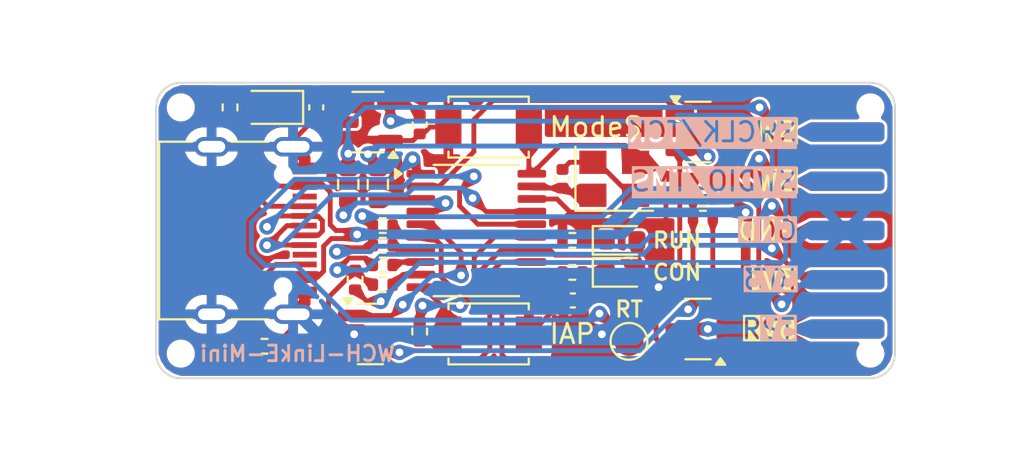
<source format=kicad_pcb>
(kicad_pcb (version 20240108) (generator "pcbnew") (generator_version "8.0")
  (title_block (title "WCH-LinkE-Mini") (rev "v1.1.0"))
  (layers (0 "F.Cu" signal) (31 "B.Cu" signal) (34 "B.Paste" user) (35 "F.Paste" user) (36 "B.SilkS" user "B.Silkscreen") (37 "F.SilkS" user "F.Silkscreen") (38 "B.Mask" user) (39 "F.Mask" user) (44 "Edge.Cuts" user))
  (net 0 "")
  (net 1 "/ModeS")
  (net 2 "+3V3")
  (net 3 "+5V")
  (net 4 "Net-(D1-K)")
  (net 5 "Net-(D2-K)")
  (net 6 "/D_SWCLK")
  (net 7 "/D_SWDIO")
  (net 8 "/RX")
  (net 9 "/TX")
  (net 10 "/TDO")
  (net 11 "/TDI")
  (net 12 "/SWDIO{slash}TMS")
  (net 13 "/SWCLK{slash}TCK")
  (net 14 "Net-(U2-PB11)")
  (net 15 "Net-(U2-PB10)")
  (net 16 "/IAP")
  (net 17 "Net-(U2-PB14)")
  (net 18 "/RST")
  (net 19 "Net-(U2-PC6)")
  (net 20 "Net-(U2-PB15)")
  (net 21 "/USB_N")
  (net 22 "/USB_P")
  (net 23 "Net-(U2-OSC_IN)")
  (net 24 "Net-(U2-PA8{slash}PC9)")
  (net 25 "Net-(U2-~{RST})")
  (net 26 "Net-(J3-CC1)")
  (net 29 "Net-(J3-CC2)")
  (net 30 "Net-(D3-K)")
  (net 31 "Net-(Q2-G)")
  (net 32 "/PA5")
  (net 33 "/PB12")
  (net 34 "GND")
  (net 35 "/3V3_OUT")
  (net 36 "/5V_OUT")
  (net 37 "Net-(Q3-S)")
  (footprint "Resistor_SMD:R_0402_1005Metric" (layer "F.Cu") (at 132.59 125.349 180)
    (property "Reference" "R12" (hide yes))
    (property "Value" "5.1k")
  )
  (footprint "USB:USB_C_Receptacle" (layer "F.Cu") (at 130.937 119.38 -90)
    (property "Reference" "J3" (hide yes))
    (property "Value" "USB_C_Receptacle_USB2.0_16P")
  )
  (footprint "Resistor_SMD:R_0402_1005Metric" (layer "F.Cu") (at 138.684 122.174)
    (property "Reference" "R7" (hide yes))
    (property "Value" "1k")
  )
  (footprint "Package_TO_SOT_SMD:SOT-23-3" (layer "F.Cu") (at 137.922 113.792 180)
    (property "Reference" "U5" (hide yes))
    (property "Value" "XC6206P332MR-G")
  )
  (footprint "Capacitor_SMD:C_0402_1005Metric" (layer "F.Cu") (at 140.589 113.919 -90)
    (property "Reference" "C4" (hide yes))
    (property "Value" "1u")
  )
  (footprint "Capacitor_SMD:C_0402_1005Metric" (layer "F.Cu") (at 155.194 116.713 180)
    (property "Reference" "C6" (hide yes))
    (property "Value" "0.1u")
  )
  (footprint "Resistor_SMD:R_0402_1005Metric" (layer "F.Cu") (at 138.684 120.142 180)
    (property "Reference" "R2" (hide yes))
    (property "Value" "100")
  )
  (footprint "Capacitor_SMD:C_0402_1005Metric" (layer "F.Cu") (at 148.4884 122.9868 180)
    (property "Reference" "C5" (hide yes))
    (property "Value" "0.1u")
  )
  (footprint "Package_TO_SOT_SMD:SOT-23" (layer "F.Cu") (at 138.049 124.714)
    (property "Reference" "Q3" (hide yes))
    (property "Value" "AO3401A")
  )
  (footprint "Switch:TS-1088-AR02016" (layer "F.Cu") (at 144.145 124.714)
    (property "Reference" "SW2" (hide yes))
    (property "Value" "SW_Push")
  )
  (footprint "Resistor_SMD:R_0603_1608Metric" (layer "F.Cu") (at 138.43 117.0046 90)
    (property "Reference" "R4" (hide yes))
    (property "Value" "270")
  )
  (footprint "Diode_SMD:D_SOD-323" (layer "F.Cu") (at 132.969 113.03 180)
    (property "Reference" "D3" (hide yes))
    (property "Value" "1N5819WS")
  )
  (footprint "Package_TO_SOT_SMD:SOT-23" (layer "F.Cu") (at 154.94 124.46 180)
    (property "Reference" "Q2" (hide yes))
    (property "Value" "AO3401A")
  )
  (footprint "TestPoint:TestPoint_Pad_D1.5mm" (layer "F.Cu") (at 151.384 125.095)
    (property "Reference" "TP1" (hide yes))
    (property "Value" "TestPoint")
  )
  (footprint "Resistor_SMD:R_0402_1005Metric" (layer "F.Cu") (at 148.463 119.888 180)
    (property "Reference" "R8" (hide yes))
    (property "Value" "5.1k")
  )
  (footprint "Resistor_SMD:R_0402_1005Metric" (layer "F.Cu") (at 148.463 121.539 180)
    (property "Reference" "R9" (hide yes))
    (property "Value" "5.1k")
  )
  (footprint "Resistor_SMD:R_0402_1005Metric" (layer "F.Cu") (at 137.2616 121.92 -90)
    (property "Reference" "R6" (hide yes))
    (property "Value" "100")
  )
  (footprint "Tooling_Hole:Tooling_Hole" (layer "F.Cu") (at 163.83 113.03)
    (property "Reference" "H3" (hide yes))
    (property "Value" "MountingHole")
  )
  (footprint "Resistor_SMD:R_0402_1005Metric" (layer "F.Cu") (at 140.589 124.587 -90)
    (property "Reference" "R10" (hide yes))
    (property "Value" "10k")
  )
  (footprint "Tooling_Hole:Tooling_Hole" (layer "F.Cu") (at 128.27 113.03)
    (property "Reference" "H2" (hide yes))
    (property "Value" "MountingHole")
  )
  (footprint "Package_TO_SOT_SMD:SOT-23" (layer "F.Cu") (at 154.94 114.3)
    (property "Reference" "Q1" (hide yes))
    (property "Value" "AO3401A")
  )
  (footprint "Capacitor_SMD:C_0402_1005Metric" (layer "F.Cu") (at 153.289 117.066 90)
    (property "Reference" "C1" (hide yes))
    (property "Value" "22p")
  )
  (footprint "Package_SO:TSSOP-20_4.4x6.5mm_P0.65mm" (layer "F.Cu") (at 143.51 119.38)
    (property "Reference" "U2" (hide yes))
    (property "Value" "CH32V305FBP6")
  )
  (footprint "LED_SMD:LED_0603_1608Metric" (layer "F.Cu") (at 151.003 119.888)
    (property "Reference" "D2" (hide yes))
    (property "Value" "RED")
  )
  (footprint "Connector:PinHeader_2x05_P2.54mm_Horizontal_SMD" (layer "F.Cu") (at 162.56 119.38)
    (property "Reference" "J2" (hide yes))
    (property "Value" "Conn_02x05_Odd_Even")
  )
  (footprint "Resistor_SMD:R_0402_1005Metric" (layer "F.Cu") (at 155.194 117.729 180)
    (property "Reference" "R13" (hide yes))
    (property "Value" "10k")
  )
  (footprint "Tooling_Hole:Tooling_Hole" (layer "F.Cu") (at 163.83 125.73)
    (property "Reference" "H4" (hide yes))
    (property "Value" "MountingHole")
  )
  (footprint "Resistor_SMD:R_0402_1005Metric" (layer "F.Cu") (at 138.684 121.158 180)
    (property "Reference" "R1" (hide yes))
    (property "Value" "100")
  )
  (footprint "Resistor_SMD:R_0603_1608Metric" (layer "F.Cu") (at 136.906 117.0046 90)
    (property "Reference" "R3" (hide yes))
    (property "Value" "270")
  )
  (footprint "Capacitor_SMD:C_0402_1005Metric" (layer "F.Cu") (at 147.955 116.713 -90)
    (property "Reference" "C3" (hide yes))
    (property "Value" "22p")
  )
  (footprint "Crystal:Crystal_SMD_3225-4Pin_3.2x2.5mm" (layer "F.Cu") (at 150.622 116.713)
    (property "Reference" "Y2" (hide yes))
    (property "Value" "12M")
  )
  (footprint "Switch:TS-1088-AR02016" (layer "F.Cu") (at 144.145 114.046 180)
    (property "Reference" "SW1" (hide yes))
    (property "Value" "SW_Push")
  )
  (footprint "Tooling_Hole:Tooling_Hole" (layer "F.Cu") (at 128.27 125.73)
    (property "Reference" "H1" (hide yes))
    (property "Value" "MountingHole")
  )
  (footprint "Resistor_SMD:R_0402_1005Metric" (layer "F.Cu") (at 138.684 119.126 180)
    (property "Reference" "R5" (hide yes))
    (property "Value" "100")
  )
  (footprint "LED_SMD:LED_0603_1608Metric" (layer "F.Cu") (at 151.003 121.539)
    (property "Reference" "D1" (hide yes))
    (property "Value" "WHITE")
  )
  (footprint "Capacitor_SMD:C_0402_1005Metric" (layer "F.Cu") (at 135.255 113.03 -90)
    (property "Reference" "C2" (hide yes))
    (property "Value" "1u")
  )
  (footprint "Resistor_SMD:R_0402_1005Metric" (layer "F.Cu") (at 130.81 113.03 -90)
    (property "Reference" "R11" (hide yes))
    (property "Value" "5.1k")
  )
  (footprint "Resistor_SMD:R_0402_1005Metric" (layer "F.Cu") (at 155.194 118.745)
    (property "Reference" "R14" (hide yes))
    (property "Value" "22k")
  )
  (gr_arc (start 127 113.03) (mid 127.371974 112.131974) (end 128.27 111.76) (stroke (width 0.1)) (layer "Edge.Cuts"))
  (gr_line (start 127 113.03) (end 127 125.73) (stroke (width 0.1)) (layer "Edge.Cuts"))
  (gr_arc (start 165.1 125.73) (mid 164.728026 126.628026) (end 163.83 127) (stroke (width 0.1)) (layer "Edge.Cuts"))
  (gr_arc (start 163.83 111.76) (mid 164.728026 112.131974) (end 165.1 113.03) (stroke (width 0.1)) (layer "Edge.Cuts"))
  (gr_line (start 128.27 127) (end 163.83 127) (stroke (width 0.1)) (layer "Edge.Cuts"))
  (gr_line (start 165.1 125.73) (end 165.1 113.03) (stroke (width 0.1)) (layer "Edge.Cuts"))
  (gr_line (start 128.27 111.76) (end 163.83 111.76) (stroke (width 0.1)) (layer "Edge.Cuts"))
  (gr_arc (start 128.27 127) (mid 127.371974 126.628026) (end 127 125.73) (stroke (width 0.1)) (layer "Edge.Cuts"))
  (gr_text "5V" (at 160.147 124.46 0) (layer "B.SilkS" knockout) (effects (font (size 1 1) (thickness 0.15) (bold yes)) (justify left mirror)))
  (gr_text "SWDIO/TMS" (at 160.147 116.84 0) (layer "B.SilkS" knockout) (effects (font (size 1 1) (thickness 0.15) (bold yes)) (justify left mirror)))
  (gr_text "GND" (at 160.147 119.38 0) (layer "B.SilkS" knockout) (effects (font (size 1 1) (thickness 0.15) (bold yes)) (justify left mirror)))
  (gr_text "WCH-LinkE-Mini" (at 129.159 125.73 0) (layer "B.SilkS") (effects (font (size 0.8 0.8)) (justify right mirror)))
  (gr_text "3V3" (at 160.147 121.92 0) (layer "B.SilkS" knockout) (effects (font (size 1 1) (thickness 0.15) (bold yes)) (justify left mirror)))
  (gr_text "SWCLK/TCK" (at 160.147 114.3 0) (layer "B.SilkS" knockout) (effects (font (size 1 1) (thickness 0.15) (bold yes)) (justify left mirror)))
  (gr_text "CON" (at 152.527 121.539 0) (layer "F.SilkS") (effects (font (size 0.8 0.8) (thickness 0.15) (bold yes)) (justify left)))
  (gr_text "TDO" (at 160.147 119.38 0) (layer "F.SilkS" knockout) (effects (font (size 1 1) (thickness 0.15) (bold yes)) (justify right)))
  (gr_text "ModeS" (at 147.193 114.046 0) (layer "F.SilkS") (effects (font (size 1 1) (thickness 0.15) (bold yes)) (justify left)))
  (gr_text "IAP" (at 147.193 124.714 0) (layer "F.SilkS") (effects (font (size 1 1) (thickness 0.15) (bold yes)) (justify left)))
  (gr_text "TDI" (at 160.147 121.92 0) (layer "F.SilkS" knockout) (effects (font (size 1 1) (thickness 0.15) (bold yes)) (justify right)))
  (gr_text "RST" (at 160.02 124.46 0) (layer "F.SilkS" knockout) (effects (font (size 1 1) (thickness 0.15) (bold yes)) (justify right)))
  (gr_text "RUN" (at 152.527 119.888 0) (layer "F.SilkS") (effects (font (size 0.8 0.8) (thickness 0.15) (bold yes)) (justify left)))
  (gr_text "RT" (at 151.384 123.444 0) (layer "F.SilkS") (effects (font (size 0.8 0.8) (thickness 0.15) (bold yes))))
  (gr_text "TX" (at 160.147 116.84 0) (layer "F.SilkS" knockout) (effects (font (size 1 1) (thickness 0.15) (bold yes)) (justify right)))
  (gr_text "RX" (at 160.147 114.3 0) (layer "F.SilkS" knockout) (effects (font (size 1 1) (thickness 0.15) (bold yes)) (justify right)))
  (segment (start 151.722 115.863) (end 151.722 115.527) (width 0.25) (layer "F.Cu") (net 1))
  (segment (start 146.22 116.3025) (end 146.3725 116.455) (width 0.25) (layer "F.Cu") (net 1))
  (segment (start 147.8395 114.988) (end 146.3725 116.455) (width 0.25) (layer "F.Cu") (net 1))
  (segment (start 152.566 115.863) (end 151.722 115.863) (width 0.25) (layer "F.Cu") (net 1))
  (segment (start 151.722 115.527) (end 151.183 114.988) (width 0.25) (layer "F.Cu") (net 1))
  (segment (start 153.289 116.586) (end 152.566 115.863) (width 0.25) (layer "F.Cu") (net 1))
  (segment (start 146.22 114.046) (end 146.22 116.3025) (width 0.25) (layer "F.Cu") (net 1))
  (segment (start 151.183 114.988) (end 147.8395 114.988) (width 0.25) (layer "F.Cu") (net 1))
  (segment (start 151.003 122.9868) (end 148.9684 122.9868) (width 0.25) (layer "F.Cu") (net 2))
  (segment (start 154.0025 115.25) (end 154.0025 122.291814) (width 0.25) (layer "F.Cu") (net 2))
  (segment (start 144.821 120.355) (end 146.3725 120.355) (width 0.25) (layer "F.Cu") (net 2))
  (segment (start 155.448 115.57) (end 155.128 115.25) (width 0.25) (layer "F.Cu") (net 2))
  (segment (start 151.7905 119.888) (end 151.7905 121.539) (width 0.25) (layer "F.Cu") (net 2))
  (segment (start 151.7905 121.539) (end 150.9015 120.65) (width 0.25) (layer "F.Cu") (net 2))
  (segment (start 139.0595 113.7103) (end 139.0904 113.7412) (width 0.25) (layer "F.Cu") (net 2))
  (segment (start 151.7905 122.1993) (end 151.7905 121.539) (width 0.25) (layer "F.Cu") (net 2))
  (segment (start 139.0595 112.842) (end 139.0595 113.7103) (width 0.25) (layer "F.Cu") (net 2))
  (segment (start 147.574 120.65) (end 147.279 120.355) (width 0.25) (layer "F.Cu") (net 2))
  (segment (start 143.802902 122.141983) (end 143.802902 121.373098) (width 0.25) (layer "F.Cu") (net 2))
  (segment (start 153.307514 122.9868) (end 151.003 122.9868) (width 0.25) (layer "F.Cu") (net 2))
  (segment (start 142.672814 123.233396) (end 142.711489 123.233396) (width 0.25) (layer "F.Cu") (net 2))
  (segment (start 155.128 115.25) (end 154.0025 115.25) (width 0.25) (layer "F.Cu") (net 2))
  (segment (start 142.711489 123.233396) (end 143.802902 122.141983) (width 0.25) (layer "F.Cu") (net 2))
  (segment (start 150.9015 120.65) (end 147.574 120.65) (width 0.25) (layer "F.Cu") (net 2))
  (segment (start 151.003 122.9868) (end 151.7905 122.1993) (width 0.25) (layer "F.Cu") (net 2))
  (segment (start 140.589 123.3996) (end 140.7366 123.252) (width 0.25) (layer "F.Cu") (net 2))
  (segment (start 139.992 112.842) (end 140.589 113.439) (width 0.25) (layer "F.Cu") (net 2))
  (segment (start 140.589 124.077) (end 140.589 123.3996) (width 0.25) (layer "F.Cu") (net 2))
  (segment (start 143.802902 121.373098) (end 144.821 120.355) (width 0.25) (layer "F.Cu") (net 2))
  (segment (start 154.0025 122.291814) (end 153.307514 122.9868) (width 0.25) (layer "F.Cu") (net 2))
  (segment (start 147.279 120.355) (end 146.3725 120.355) (width 0.25) (layer "F.Cu") (net 2))
  (segment (start 139.0595 112.842) (end 139.992 112.842) (width 0.25) (layer "F.Cu") (net 2))
  (via (at 140.7366 123.252) (size 0.8) (drill 0.4) (layers "F.Cu" "B.Cu") (net 2))
  (via (at 139.0904 113.7412) (size 0.8) (drill 0.4) (layers "F.Cu" "B.Cu") (net 2))
  (via (at 155.448 115.57) (size 0.8) (drill 0.4) (layers "F.Cu" "B.Cu") (net 2))
  (via (at 142.672814 123.233396) (size 0.8) (drill 0.4) (layers "F.Cu" "B.Cu") (net 2))
  (segment (start 153.6192 113.7412) (end 139.0904 113.7412) (width 0.25) (layer "B.Cu") (net 2))
  (segment (start 142.672814 123.233396) (end 142.65421 123.252) (width 0.25) (layer "B.Cu") (net 2))
  (segment (start 142.65421 123.252) (end 140.7366 123.252) (width 0.25) (layer "B.Cu") (net 2))
  (segment (start 155.448 115.57) (end 153.6192 113.7412) (width 0.25) (layer "B.Cu") (net 2))
  (segment (start 134.552 117.09) (end 134.662 116.98) (width 0.25) (layer "F.Cu") (net 3))
  (segment (start 135.9767 117.3995) (end 135.5572 116.98) (width 0.25) (layer "F.Cu") (net 3))
  (segment (start 156.685775 117.729) (end 157.402322 118.445547) (width 0.25) (layer "F.Cu") (net 3))
  (segment (start 131.919 116.044) (end 132.965 117.09) (width 0.25) (layer "F.Cu") (net 3))
  (segment (start 135.332 121.78) (end 134.662 121.78) (width 0.25) (layer "F.Cu") (net 3))
  (segment (start 137.3632 119.5832) (end 137.16 119.38) (width 0.25) (layer "F.Cu") (net 3))
  (segment (start 136.031404 119.795532) (end 135.636 120.190936) (width 0.25) (layer "F.Cu") (net 3))
  (segment (start 157.402322 123.140678) (end 157.033 123.51) (width 0.5) (layer "F.Cu") (net 3))
  (segment (start 157.402322 118.445547) (end 157.402322 123.140678) (width 0.5) (layer "F.Cu") (net 3))
  (segment (start 132.965 117.09) (end 134.552 117.09) (width 0.25) (layer "F.Cu") (net 3))
  (segment (start 135.636 120.190936) (end 135.636 121.476) (width 0.25) (layer "F.Cu") (net 3))
  (segment (start 157.033 123.51) (end 155.8775 123.51) (width 0.5) (layer "F.Cu") (net 3))
  (segment (start 136.271 119.38) (end 135.9767 119.0857) (width 0.25) (layer "F.Cu") (net 3))
  (segment (start 137.16 119.38) (end 136.271 119.38) (width 0.25) (layer "F.Cu") (net 3))
  (segment (start 131.919 113.03) (end 131.919 116.044) (width 0.25) (layer "F.Cu") (net 3))
  (segment (start 137.3632 119.5832) (end 137.150868 119.795532) (width 0.25) (layer "F.Cu") (net 3))
  (segment (start 155.674 117.729) (end 155.674 116.713) (width 0.25) (layer "F.Cu") (net 3))
  (segment (start 135.5572 116.98) (end 134.662 116.98) (width 0.25) (layer "F.Cu") (net 3))
  (segment (start 135.9767 119.0857) (end 135.9767 117.3995) (width 0.25) (layer "F.Cu") (net 3))
  (segment (start 135.636 121.476) (end 135.332 121.78) (width 0.25) (layer "F.Cu") (net 3))
  (segment (start 155.704 117.729) (end 156.685775 117.729) (width 0.25) (layer "F.Cu") (net 3))
  (segment (start 137.150868 119.795532) (end 136.031404 119.795532) (width 0.25) (layer "F.Cu") (net 3))
  (via (at 157.402322 118.445547) (size 0.8) (drill 0.4) (layers "F.Cu" "B.Cu") (net 3))
  (via (at 137.3632 119.5832) (size 0.8) (drill 0.4) (layers "F.Cu" "B.Cu") (net 3))
  (segment (start 151.0538 119.5832) (end 137.3632 119.5832) (width 0.5) (layer "B.Cu") (net 3))
  (segment (start 157.402322 118.445547) (end 152.191453 118.445547) (width 0.5) (layer "B.Cu") (net 3))
  (segment (start 152.191453 118.445547) (end 151.0538 119.5832) (width 0.5) (layer "B.Cu") (net 3))
  (segment (start 150.2155 121.539) (end 148.973 121.539) (width 0.25) (layer "F.Cu") (net 4))
  (segment (start 150.2155 119.888) (end 148.973 119.888) (width 0.25) (layer "F.Cu") (net 5))
  (segment (start 139.194 119.126) (end 139.773 119.705) (width 0.25) (layer "F.Cu") (net 6))
  (segment (start 140.6475 119.705) (end 141.2684 119.705) (width 0.25) (layer "F.Cu") (net 6))
  (segment (start 142.900399 122.4788) (end 143.402902 121.976297) (width 0.25) (layer "F.Cu") (net 6))
  (segment (start 143.402902 121.976297) (end 143.402902 120.757098) (width 0.25) (layer "F.Cu") (net 6))
  (segment (start 142.3987 122.4788) (end 142.900399 122.4788) (width 0.25) (layer "F.Cu") (net 6))
  (segment (start 144.455 119.705) (end 146.3725 119.705) (width 0.25) (layer "F.Cu") (net 6))
  (segment (start 141.6966 120.1332) (end 141.6966 121.7767) (width 0.25) (layer "F.Cu") (net 6))
  (segment (start 141.2684 119.705) (end 141.6966 120.1332) (width 0.25) (layer "F.Cu") (net 6))
  (segment (start 139.773 119.705) (end 140.6475 119.705) (width 0.25) (layer "F.Cu") (net 6))
  (segment (start 141.6966 121.7767) (end 142.3987 122.4788) (width 0.25) (layer "F.Cu") (net 6))
  (segment (start 143.402902 120.757098) (end 144.455 119.705) (width 0.25) (layer "F.Cu") (net 6))
  (segment (start 135.89 125.984) (end 136.245 126.339) (width 0.25) (layer "F.Cu") (net 7))
  (segment (start 137.2616 121.41) (end 138.0256 122.174) (width 0.25) (layer "F.Cu") (net 7))
  (segment (start 144.806 121.005) (end 146.3725 121.005) (width 0.25) (layer "F.Cu") (net 7))
  (segment (start 144.202902 125.494298) (end 144.202902 121.608098) (width 0.25) (layer "F.Cu") (net 7))
  (segment (start 143.3582 126.339) (end 144.202902 125.494298) (width 0.25) (layer "F.Cu") (net 7))
  (segment (start 138.0256 122.174) (end 138.174 122.174) (width 0.25) (layer "F.Cu") (net 7))
  (segment (start 137.2616 121.449193) (end 135.89 122.820793) (width 0.25) (layer "F.Cu") (net 7))
  (segment (start 137.2616 121.41) (end 137.2616 121.449193) (width 0.25) (layer "F.Cu") (net 7))
  (segment (start 136.245 126.339) (end 143.3582 126.339) (width 0.25) (layer "F.Cu") (net 7))
  (segment (start 144.202902 121.608098) (end 144.806 121.005) (width 0.25) (layer "F.Cu") (net 7))
  (segment (start 135.89 122.820793) (end 135.89 125.984) (width 0.25) (layer "F.Cu") (net 7))
  (segment (start 158.115 113.03) (end 159.385 114.3) (width 0.25) (layer "F.Cu") (net 8))
  (segment (start 136.906 115.417) (end 136.906 116.1796) (width 0.25) (layer "F.Cu") (net 8))
  (segment (start 159.385 114.3) (end 162.56 114.3) (width 0.25) (layer "F.Cu") (net 8))
  (via (at 158.115 113.03) (size 0.8) (drill 0.4) (layers "F.Cu" "B.Cu") (net 8))
  (via (at 136.906 115.417) (size 0.8) (drill 0.4) (layers "F.Cu" "B.Cu") (net 8))
  (segment (start 136.906 113.8936) (end 137.7696 113.03) (width 0.25) (layer "B.Cu") (net 8))
  (segment (start 136.906 115.417) (end 136.906 113.8936) (width 0.25) (layer "B.Cu") (net 8))
  (segment (start 137.7696 113.03) (end 158.115 113.03) (width 0.25) (layer "B.Cu") (net 8))
  (segment (start 158.0896 115.6716) (end 159.258 116.84) (width 0.25) (layer "F.Cu") (net 9))
  (segment (start 138.43 115.951) (end 138.43 116.1796) (width 0.25) (layer "F.Cu") (net 9))
  (segment (start 159.258 116.84) (end 162.56 116.84) (width 0.25) (layer "F.Cu") (net 9))
  (segment (start 137.922 115.443) (end 138.43 115.951) (width 0.25) (layer "F.Cu") (net 9))
  (via (at 137.922 115.443) (size 0.8) (drill 0.4) (layers "F.Cu" "B.Cu") (net 9))
  (via (at 158.0896 115.6716) (size 0.8) (drill 0.4) (layers "F.Cu" "B.Cu") (net 9))
  (segment (start 153.6842 115.0254) (end 154.9908 116.332) (width 0.25) (layer "B.Cu") (net 9))
  (segment (start 137.922 115.443) (end 138.3396 115.0254) (width 0.25) (layer "B.Cu") (net 9))
  (segment (start 157.4292 116.332) (end 158.0896 115.6716) (width 0.25) (layer "B.Cu") (net 9))
  (segment (start 154.9908 116.332) (end 157.4292 116.332) (width 0.25) (layer "B.Cu") (net 9))
  (segment (start 138.3396 115.0254) (end 153.6842 115.0254) (width 0.25) (layer "B.Cu") (net 9))
  (segment (start 160.02 119.38) (end 162.56 119.38) (width 0.25) (layer "F.Cu") (net 10))
  (segment (start 158.75 118.11) (end 160.02 119.38) (width 0.25) (layer "F.Cu") (net 10))
  (segment (start 138.047 120.269) (end 138.174 120.142) (width 0.25) (layer "F.Cu") (net 10))
  (segment (start 136.512531 120.269) (end 138.047 120.269) (width 0.25) (layer "F.Cu") (net 10))
  (segment (start 136.310999 120.470532) (end 136.512531 120.269) (width 0.25) (layer "F.Cu") (net 10))
  (via (at 136.310999 120.470532) (size 0.8) (drill 0.4) (layers "F.Cu" "B.Cu") (net 10))
  (via (at 158.75 118.11) (size 0.8) (drill 0.4) (layers "F.Cu" "B.Cu") (net 10))
  (segment (start 158.75 118.11) (end 157.226 119.634) (width 0.25) (layer "B.Cu") (net 10))
  (segment (start 138.051968 120.470532) (end 136.310999 120.470532) (width 0.25) (layer "B.Cu") (net 10))
  (segment (start 157.226 119.634) (end 152.515372 119.634) (width 0.25) (layer "B.Cu") (net 10))
  (segment (start 138.3297 120.1928) (end 138.051968 120.470532) (width 0.25) (layer "B.Cu") (net 10))
  (segment (start 152.515372 119.634) (end 151.956572 120.1928) (width 0.25) (layer "B.Cu") (net 10))
  (segment (start 151.956572 120.1928) (end 138.3297 120.1928) (width 0.25) (layer "B.Cu") (net 10))
  (segment (start 136.335994 121.420204) (end 136.310073 121.446125) (width 0.25) (layer "F.Cu") (net 11))
  (segment (start 158.75 120.2967) (end 160.3733 121.92) (width 0.25) (layer "F.Cu") (net 11))
  (segment (start 136.310073 121.446125) (end 136.290001 121.446125) (width 0.25) (layer "F.Cu") (net 11))
  (segment (start 136.335994 121.420204) (end 136.335994 121.400132) (width 0.25) (layer "F.Cu") (net 11))
  (segment (start 136.933726 120.8024) (end 137.8184 120.8024) (width 0.25) (layer "F.Cu") (net 11))
  (segment (start 160.3733 121.92) (end 162.56 121.92) (width 0.25) (layer "F.Cu") (net 11))
  (segment (start 136.335994 121.400132) (end 136.933726 120.8024) (width 0.25) (layer "F.Cu") (net 11))
  (segment (start 137.8184 120.8024) (end 138.174 121.158) (width 0.25) (layer "F.Cu") (net 11))
  (via (at 158.75 120.2967) (size 0.8) (drill 0.4) (layers "F.Cu" "B.Cu") (net 11))
  (via (at 136.335994 121.420204) (size 0.8) (drill 0.4) (layers "F.Cu" "B.Cu") (net 11))
  (segment (start 152.573058 120.142) (end 152.109458 120.6056) (width 0.25) (layer "B.Cu") (net 11))
  (segment (start 152.109458 120.6056) (end 138.6454 120.6056) (width 0.25) (layer "B.Cu") (net 11))
  (segment (start 138.6454 120.6056) (end 137.830796 121.420204) (width 0.25) (layer "B.Cu") (net 11))
  (segment (start 158.75 120.2967) (end 158.5953 120.142) (width 0.25) (layer "B.Cu") (net 11))
  (segment (start 158.5953 120.142) (end 152.573058 120.142) (width 0.25) (layer "B.Cu") (net 11))
  (segment (start 137.830796 121.420204) (end 136.335994 121.420204) (width 0.25) (layer "B.Cu") (net 11))
  (segment (start 137.863881 123.032281) (end 137.2616 122.43) (width 0.25) (layer "F.Cu") (net 12))
  (segment (start 138.5824 123.032281) (end 137.863881 123.032281) (width 0.25) (layer "F.Cu") (net 12))
  (via (at 138.5824 123.032281) (size 0.8) (drill 0.4) (layers "F.Cu" "B.Cu") (net 12))
  (segment (start 160.0708 116.84) (end 162.56 116.84) (width 0.25) (layer "B.Cu") (net 12))
  (segment (start 140.598298 121.021702) (end 143.007497 121.021702) (width 0.25) (layer "B.Cu") (net 12))
  (segment (start 159.4612 117.4496) (end 160.0708 116.84) (width 0.25) (layer "B.Cu") (net 12))
  (segment (start 159.2326 121.031) (end 159.4612 120.8024) (width 0.25) (layer "B.Cu") (net 12))
  (segment (start 143.007497 121.021702) (end 143.016795 121.031) (width 0.25) (layer "B.Cu") (net 12))
  (segment (start 143.016795 121.031) (end 159.2326 121.031) (width 0.25) (layer "B.Cu") (net 12))
  (segment (start 138.5824 123.032281) (end 138.587719 123.032281) (width 0.25) (layer "B.Cu") (net 12))
  (segment (start 138.587719 123.032281) (end 140.598298 121.021702) (width 0.25) (layer "B.Cu") (net 12))
  (segment (start 159.4612 120.8024) (end 159.4612 117.4496) (width 0.25) (layer "B.Cu") (net 12))
  (segment (start 137.624941 118.634986) (end 138.115955 119.126) (width 0.25) (layer "F.Cu") (net 13))
  (segment (start 138.115955 119.126) (end 138.174 119.126) (width 0.25) (layer "F.Cu") (net 13))
  (via (at 137.624941 118.634986) (size 0.8) (drill 0.4) (layers "F.Cu" "B.Cu") (net 13))
  (segment (start 150.0124 118.6688) (end 151.4602 117.221) (width 0.25) (layer "B.Cu") (net 13))
  (segment (start 158.7646 116.165) (end 158.7646 114.895) (width 0.25) (layer "B.Cu") (net 13))
  (segment (start 159.3596 114.3) (end 162.56 114.3) (width 0.25) (layer "B.Cu") (net 13))
  (segment (start 151.4602 117.221) (end 157.7086 117.221) (width 0.25) (layer "B.Cu") (net 13))
  (segment (start 137.624941 118.634986) (end 137.658755 118.6688) (width 0.25) (layer "B.Cu") (net 13))
  (segment (start 158.7646 114.895) (end 159.3596 114.3) (width 0.25) (layer "B.Cu") (net 13))
  (segment (start 137.658755 118.6688) (end 150.0124 118.6688) (width 0.25) (layer "B.Cu") (net 13))
  (segment (start 157.7086 117.221) (end 158.7646 116.165) (width 0.25) (layer "B.Cu") (net 13))
  (segment (start 136.906 118.339249) (end 136.906 117.919) (width 0.25) (layer "F.Cu") (net 14))
  (segment (start 141.925753 117.96528) (end 141.486033 118.405) (width 0.25) (layer "F.Cu") (net 14))
  (segment (start 141.486033 118.405) (end 140.6475 118.405) (width 0.25) (layer "F.Cu") (net 14))
  (segment (start 136.6517 118.593549) (end 136.906 118.339249) (width 0.25) (layer "F.Cu") (net 14))
  (via (at 136.6517 118.593549) (size 0.8) (drill 0.4) (layers "F.Cu" "B.Cu") (net 14))
  (via (at 141.925753 117.96528) (size 0.8) (drill 0.4) (layers "F.Cu" "B.Cu") (net 14))
  (segment (start 141.925753 117.96528) (end 141.918073 117.9576) (width 0.25) (layer "B.Cu") (net 14))
  (segment (start 137.287649 117.9576) (end 136.6517 118.593549) (width 0.25) (layer "B.Cu") (net 14))
  (segment (start 141.918073 117.9576) (end 137.287649 117.9576) (width 0.25) (layer "B.Cu") (net 14))
  (segment (start 138.43 117.8296) (end 138.43 117.919) (width 0.25) (layer "F.Cu") (net 15))
  (segment (start 140.6475 117.755) (end 138.5046 117.755) (width 0.25) (layer "F.Cu") (net 15))
  (segment (start 138.5046 117.755) (end 138.43 117.8296) (width 0.25) (layer "F.Cu") (net 15))
  (segment (start 142.07 124.714) (end 141.1183 124.714) (width 0.25) (layer "F.Cu") (net 16))
  (segment (start 140.6475 122.305) (end 140.7723 122.305) (width 0.25) (layer "F.Cu") (net 16))
  (segment (start 142.07 123.6027) (end 142.07 124.714) (width 0.25) (layer "F.Cu") (net 16))
  (segment (start 140.7353 125.097) (end 141.1183 124.714) (width 0.25) (layer "F.Cu") (net 16))
  (segment (start 140.7723 122.305) (end 142.07 123.6027) (width 0.25) (layer "F.Cu") (net 16))
  (segment (start 140.589 125.097) (end 140.7353 125.097) (width 0.25) (layer "F.Cu") (net 16))
  (segment (start 140.6475 120.355) (end 139.407 120.355) (width 0.25) (layer "F.Cu") (net 17))
  (segment (start 139.407 120.355) (end 139.194 120.142) (width 0.25) (layer "F.Cu") (net 17))
  (segment (start 158.877 124.46) (end 157.099 126.238) (width 0.25) (layer "F.Cu") (net 18))
  (segment (start 145.288 126.238) (end 144.8308 125.7808) (width 0.25) (layer "F.Cu") (net 18))
  (segment (start 144.8308 125.7808) (end 144.8308 122.8852) (width 0.25) (layer "F.Cu") (net 18))
  (segment (start 162.56 124.46) (end 158.877 124.46) (width 0.25) (layer "F.Cu") (net 18))
  (segment (start 144.8308 122.8852) (end 145.411 122.305) (width 0.25) (layer "F.Cu") (net 18))
  (segment (start 145.411 122.305) (end 146.3725 122.305) (width 0.25) (layer "F.Cu") (net 18))
  (segment (start 157.099 126.238) (end 145.288 126.238) (width 0.25) (layer "F.Cu") (net 18))
  (segment (start 139.713 121.655) (end 139.194 122.174) (width 0.25) (layer "F.Cu") (net 19))
  (segment (start 140.6475 121.655) (end 139.713 121.655) (width 0.25) (layer "F.Cu") (net 19))
  (segment (start 140.6475 121.005) (end 139.347 121.005) (width 0.25) (layer "F.Cu") (net 20))
  (segment (start 139.347 121.005) (end 139.194 121.158) (width 0.25) (layer "F.Cu") (net 20))
  (segment (start 132.715 119.191997) (end 133.276997 118.63) (width 0.25) (layer "F.Cu") (net 21))
  (segment (start 143.5914 119.055) (end 146.3725 119.055) (width 0.25) (layer "F.Cu") (net 21))
  (segment (start 134.662 118.63) (end 135.3324 118.63) (width 0.25) (layer "F.Cu") (net 21))
  (segment (start 142.6464 118.11) (end 143.5914 119.055) (width 0.25) (layer "F.Cu") (net 21))
  (segment (start 133.276997 118.63) (end 134.662 118.63) (width 0.25) (layer "F.Cu") (net 21))
  (segment (start 135.3532 119.63) (end 134.662 119.63) (width 0.25) (layer "F.Cu") (net 21))
  (segment (start 143.383 116.586) (end 142.6464 117.3226) (width 0.25) (layer "F.Cu") (net 21))
  (segment (start 142.6464 117.3226) (end 142.6464 118.11) (width 0.25) (layer "F.Cu") (net 21))
  (segment (start 135.5744 119.4088) (end 135.3532 119.63) (width 0.25) (layer "F.Cu") (net 21))
  (segment (start 135.3324 118.63) (end 135.5744 118.872) (width 0.25) (layer "F.Cu") (net 21))
  (segment (start 135.5744 118.872) (end 135.5744 119.4088) (width 0.25) (layer "F.Cu") (net 21))
  (via (at 143.383 116.586) (size 0.8) (drill 0.4) (layers "F.Cu" "B.Cu") (net 21))
  (via (at 132.715 119.191997) (size 0.8) (drill 0.4) (layers "F.Cu" "B.Cu") (net 21))
  (segment (start 139.739267 117.138528) (end 134.768469 117.138528) (width 0.25) (layer "B.Cu") (net 21))
  (segment (start 134.768469 117.138528) (end 132.715 119.191997) (width 0.25) (layer "B.Cu") (net 21))
  (segment (start 143.383 116.586) (end 140.291795 116.586) (width 0.25) (layer "B.Cu") (net 21))
  (segment (start 140.291795 116.586) (end 139.739267 117.138528) (width 0.25) (layer "B.Cu") (net 21))
  (segment (start 144.017498 118.405) (end 146.3725 118.405) (width 0.25) (layer "F.Cu") (net 22))
  (segment (start 132.715 120.142) (end 132.727 120.13) (width 0.25) (layer "F.Cu") (net 22))
  (segment (start 133.745095 119.13) (end 134.662 119.13) (width 0.25) (layer "F.Cu") (net 22))
  (segment (start 132.715 120.142) (end 132.733095 120.142) (width 0.25) (layer "F.Cu") (net 22))
  (segment (start 143.3214 117.708902) (end 144.017498 118.405) (width 0.25) (layer "F.Cu") (net 22))
  (segment (start 132.733095 120.142) (end 133.745095 119.13) (width 0.25) (layer "F.Cu") (net 22))
  (segment (start 132.727 120.13) (end 134.662 120.13) (width 0.25) (layer "F.Cu") (net 22))
  (via (at 132.715 120.142) (size 0.8) (drill 0.4) (layers "F.Cu" "B.Cu") (net 22))
  (via (at 143.3214 117.708902) (size 0.8) (drill 0.4) (layers "F.Cu" "B.Cu") (net 22))
  (segment (start 142.808098 117.1956) (end 140.247881 117.1956) (width 0.25) (layer "B.Cu") (net 22))
  (segment (start 133.4773 120.142) (end 132.715 120.142) (width 0.25) (layer "B.Cu") (net 22))
  (segment (start 140.247881 117.1956) (end 139.904953 117.538528) (width 0.25) (layer "B.Cu") (net 22))
  (segment (start 143.3214 117.708902) (end 142.808098 117.1956) (width 0.25) (layer "B.Cu") (net 22))
  (segment (start 139.904953 117.538528) (end 136.080772 117.538528) (width 0.25) (layer "B.Cu") (net 22))
  (segment (start 136.080772 117.538528) (end 133.4773 120.142) (width 0.25) (layer "B.Cu") (net 22))
  (segment (start 149.522 117.563) (end 148.5453 117.563) (width 0.25) (layer "F.Cu") (net 23))
  (segment (start 148.1753 117.193) (end 147.955 117.193) (width 0.25) (layer "F.Cu") (net 23))
  (segment (start 147.955 117.193) (end 146.4605 117.193) (width 0.25) (layer "F.Cu") (net 23))
  (segment (start 146.4605 117.193) (end 146.3725 117.105) (width 0.25) (layer "F.Cu") (net 23))
  (segment (start 148.5453 117.563) (end 148.1753 117.193) (width 0.25) (layer "F.Cu") (net 23))
  (segment (start 147.837 121.655) (end 147.953 121.539) (width 0.25) (layer "F.Cu") (net 24))
  (segment (start 146.3725 121.655) (end 147.837 121.655) (width 0.25) (layer "F.Cu") (net 24))
  (segment (start 149.9508 123.6618) (end 151.384 125.095) (width 0.25) (layer "F.Cu") (net 25))
  (segment (start 140.2229 116.0304) (end 140.2229 115.7004) (width 0.25) (layer "F.Cu") (net 25))
  (segment (start 140.2229 115.7004) (end 140.2228 115.7004) (width 0.25) (layer "F.Cu") (net 25))
  (segment (start 149.86 123.6618) (end 149.9508 123.6618) (width 0.25) (layer "F.Cu") (net 25))
  (segment (start 140.6475 116.455) (end 140.2229 116.0304) (width 0.25) (layer "F.Cu") (net 25))
  (via (at 149.86 123.6618) (size 0.8) (drill 0.4) (layers "F.Cu" "B.Cu") (net 25))
  (via (at 140.2228 115.7004) (size 0.8) (drill 0.4) (layers "F.Cu" "B.Cu") (net 25))
  (segment (start 131.913 118.967528) (end 134.142 116.738528) (width 0.25) (layer "B.Cu") (net 25))
  (segment (start 134.142 116.738528) (end 139.184672 116.738528) (width 0.25) (layer "B.Cu") (net 25))
  (segment (start 132.609016 121.179016) (end 131.913 120.483) (width 0.25) (layer "B.Cu") (net 25))
  (segment (start 137.055741 124.000141) (end 134.234616 121.179016) (width 0.25) (layer "B.Cu") (net 25))
  (segment (start 149.521659 124.000141) (end 137.055741 124.000141) (width 0.25) (layer "B.Cu") (net 25))
  (segment (start 139.184672 116.738528) (end 140.2228 115.7004) (width 0.25) (layer "B.Cu") (net 25))
  (segment (start 134.234616 121.179016) (end 132.609016 121.179016) (width 0.25) (layer "B.Cu") (net 25))
  (segment (start 149.86 123.6618) (end 149.521659 124.000141) (width 0.25) (layer "B.Cu") (net 25))
  (segment (start 131.913 120.483) (end 131.913 118.967528) (width 0.25) (layer "B.Cu") (net 25))
  (segment (start 130.81 113.54) (end 131.318 114.048) (width 0.25) (layer "F.Cu") (net 26))
  (segment (start 131.318 114.048) (end 131.318 116.713) (width 0.25) (layer "F.Cu") (net 26))
  (segment (start 132.735 118.13) (end 134.662 118.13) (width 0.25) (layer "F.Cu") (net 26))
  (segment (start 131.318 116.713) (end 132.735 118.13) (width 0.25) (layer "F.Cu") (net 26))
  (segment (start 133.1748 121.13) (end 132.08 122.2248) (width 0.25) (layer "F.Cu") (net 29))
  (segment (start 134.662 121.13) (end 133.1748 121.13) (width 0.25) (layer "F.Cu") (net 29))
  (segment (start 132.08 122.2248) (end 132.08 125.349) (width 0.25) (layer "F.Cu") (net 29))
  (segment (start 135.255 112.55) (end 135.5425 112.55) (width 0.25) (layer "F.Cu") (net 30))
  (segment (start 134.019 113.03) (end 134.499 112.55) (width 0.25) (layer "F.Cu") (net 30))
  (segment (start 135.5425 112.55) (end 136.7845 113.792) (width 0.25) (layer "F.Cu") (net 30))
  (segment (start 134.499 112.55) (end 135.255 112.55) (width 0.25) (layer "F.Cu") (net 30))
  (segment (start 155.8775 125.41) (end 153.223 125.41) (width 0.25) (layer "F.Cu") (net 31))
  (segment (start 152.781 124.079) (end 154.684 122.176) (width 0.25) (layer "F.Cu") (net 31))
  (segment (start 153.223 125.41) (end 152.781 124.968) (width 0.25) (layer "F.Cu") (net 31))
  (segment (start 154.684 118.745) (end 154.684 117.729) (width 0.25) (layer "F.Cu") (net 31))
  (segment (start 154.714 117.699) (end 154.684 117.729) (width 0.25) (layer "F.Cu") (net 31))
  (segment (start 152.781 124.968) (end 152.781 124.079) (width 0.25) (layer "F.Cu") (net 31))
  (segment (start 154.684 122.176) (end 154.684 118.745) (width 0.25) (layer "F.Cu") (net 31))
  (segment (start 154.714 116.713) (end 154.714 117.699) (width 0.25) (layer "F.Cu") (net 31))
  (segment (start 140.6475 117.105) (end 141.594 117.105) (width 0.25) (layer "F.Cu") (net 32))
  (segment (start 153.3269 112.6744) (end 154.0025 113.35) (width 0.25) (layer "F.Cu") (net 32))
  (segment (start 143.383 113.665) (end 144.3736 112.6744) (width 0.25) (layer "F.Cu") (net 32))
  (segment (start 144.3736 112.6744) (end 153.3269 112.6744) (width 0.25) (layer "F.Cu") (net 32))
  (segment (start 141.594 117.105) (end 143.383 115.316) (width 0.25) (layer "F.Cu") (net 32))
  (segment (start 143.383 115.316) (end 143.383 113.665) (width 0.25) (layer "F.Cu") (net 32))
  (segment (start 139.157 123.764) (end 137.1115 123.764) (width 0.25) (layer "F.Cu") (net 33))
  (segment (start 142.727902 120.514602) (end 141.2683 119.055) (width 0.25) (layer "F.Cu") (net 33))
  (segment (start 141.2683 119.055) (end 140.6475 119.055) (width 0.25) (layer "F.Cu") (net 33))
  (segment (start 139.7155 123.2055) (end 139.157 123.764) (width 0.25) (layer "F.Cu") (net 33))
  (segment (start 142.727902 121.696702) (end 142.727902 120.514602) (width 0.25) (layer "F.Cu") (net 33))
  (via (at 142.727902 121.696702) (size 0.8) (drill 0.4) (layers "F.Cu" "B.Cu") (net 33))
  (via (at 139.7155 123.2055) (size 0.8) (drill 0.4) (layers "F.Cu" "B.Cu") (net 33))
  (segment (start 141.224298 121.696702) (end 139.7155 123.2055) (width 0.25) (layer "B.Cu") (net 33))
  (segment (start 142.727902 121.696702) (end 141.224298 121.696702) (width 0.25) (layer "B.Cu") (net 33))
  (segment (start 149.522 115.863) (end 149.77 115.863) (width 0.25) (layer "F.Cu") (net 34))
  (segment (start 153.289 121.92) (end 153.289 117.546) (width 0.25) (layer "F.Cu") (net 34))
  (segment (start 140.246 114.742) (end 139.0595 114.742) (width 0.25) (layer "F.Cu") (net 34))
  (segment (start 135.633 115.06) (end 134.062 115.06) (width 0.25) (layer "F.Cu") (net 34))
  (segment (start 151.47 117.563) (end 151.722 117.563) (width 0.25) (layer "F.Cu") (net 34))
  (segment (start 146.3725 117.755) (end 147.6685 117.755) (width 0.25) (layer "F.Cu") (net 34))
  (segment (start 146.2812 124.714) (end 148.0084 122.9868) (width 0.25) (layer "F.Cu") (net 34))
  (segment (start 149.987 124.73) (end 149.971 124.714) (width 0.25) (layer "F.Cu") (net 34))
  (segment (start 149.77 115.863) (end 151.47 117.563) (width 0.25) (layer "F.Cu") (net 34))
  (segment (start 134.062 123.7) (end 134.662 123.1) (width 0.6) (layer "F.Cu") (net 34))
  (segment (start 129.862 113.216) (end 130.558 112.52) (width 0.25) (layer "F.Cu") (net 34))
  (segment (start 139.0595 114.742) (end 135.951 114.742) (width 0.25) (layer "F.Cu") (net 34))
  (segment (start 129.862 115.06) (end 129.862 113.216) (width 0.25) (layer "F.Cu") (net 34))
  (segment (start 140.589 114.399) (end 140.246 114.742) (width 0.25) (layer "F.Cu") (net 34))
  (segment (start 134.662 123.1) (end 134.662 122.58) (width 0.6) (layer "F.Cu") (net 34))
  (segment (start 153.272 117.563) (end 151.722 117.563) (width 0.25) (layer "F.Cu") (net 34))
  (segment (start 133.1 125.349) (end 134.062 124.387) (width 0.25) (layer "F.Cu") (net 34))
  (segment (start 140.7653 114.399) (end 140.589 114.399) (width 0.25) (layer "F.Cu") (net 34))
  (segment (start 152.908 122.301) (end 153.289 121.92) (width 0.25) (layer "F.Cu") (net 34))
  (segment (start 138.9705 124.73) (end 138.9865 124.714) (width 0.25) (layer "F.Cu") (net 34))
  (segment (start 153.289 117.546) (end 153.272 117.563) (width 0.25) (layer "F.Cu") (net 34))
  (segment (start 149.971 124.714) (end 146.22 124.714) (width 0.25) (layer "F.Cu") (net 34))
  (segment (start 134.062 114.7353) (end 134.062 115.06) (width 0.25) (layer "F.Cu") (net 34))
  (segment (start 147.6685 117.755) (end 148.3532 118.4397) (width 0.25) (layer "F.Cu") (net 34))
  (segment (start 130.558 112.52) (end 130.81 112.52) (width 0.25) (layer "F.Cu") (net 34))
  (segment (start 134.062 115.06) (end 134.662 115.66) (width 0.6) (layer "F.Cu") (net 34))
  (segment (start 146.22 124.714) (end 146.2812 124.714) (width 0.25) (layer "F.Cu") (net 34))
  (segment (start 147.953 118.8399) (end 148.3532 118.4397) (width 0.25) (layer "F.Cu") (net 34))
  (segment (start 147.955 116.233) (end 148.325 115.863) (width 0.25) (layer "F.Cu") (net 34))
  (segment (start 135.255 113.5423) (end 134.062 114.7353) (width 0.25) (layer "F.Cu") (net 34))
  (segment (start 134.062 124.387) (end 134.062 123.7) (width 0.25) (layer "F.Cu") (net 34))
  (segment (start 148.3532 118.4397) (end 150.8453 118.4397) (width 0.25) (layer "F.Cu") (net 34))
  (segment (start 134.662 115.66) (end 134.662 116.18) (width 0.6) (layer "F.Cu") (net 34))
  (segment (start 148.325 115.863) (end 149.522 115.863) (width 0.25) (layer "F.Cu") (net 34))
  (segment (start 150.8453 118.4397) (end 151.722 117.563) (width 0.25) (layer "F.Cu") (net 34))
  (segment (start 137.2108 124.73) (end 138.9705 124.73) (width 0.25) (layer "F.Cu") (net 34))
  (segment (start 141.1183 114.046) (end 140.7653 114.399) (width 0.25) (layer "F.Cu") (net 34))
  (segment (start 147.953 119.888) (end 147.953 118.8399) (width 0.25) (layer "F.Cu") (net 34))
  (segment (start 135.255 113.51) (end 135.255 113.5423) (width 0.25) (layer "F.Cu") (net 34))
  (segment (start 142.07 114.046) (end 141.1183 114.046) (width 0.25) (layer "F.Cu") (net 34))
  (segment (start 135.951 114.742) (end 135.633 115.06) (width 0.25) (layer "F.Cu") (net 34))
  (via (at 149.987 124.73) (size 0.8) (drill 0.4) (layers "F.Cu" "B.Cu") (net 34))
  (via (at 137.2108 124.73) (size 0.8) (drill 0.4) (layers "F.Cu" "B.Cu") (net 34))
  (via (at 152.908 122.301) (size 0.8) (drill 0.4) (layers "F.Cu" "B.Cu") (net 34))
  (segment (start 160.528 119.38) (end 162.56 119.38) (width 0.6) (layer "B.Cu") (net 34))
  (segment (start 137.2268 124.714) (end 137.2108 124.73) (width 0.25) (layer "B.Cu") (net 34))
  (segment (start 137.2108 124.73) (end 135.3362 124.73) (width 0.6) (layer "B.Cu") (net 34))
  (segment (start 129.862 123.7) (end 131.0387 123.7) (width 0.25) (layer "B.Cu") (net 34))
  (segment (start 149.987 124.73) (end 137.2108 124.73) (width 0.6) (layer "B.Cu") (net 34))
  (segment (start 150.479 124.73) (end 153.330463 121.878537) (width 0.6) (layer "B.Cu") (net 34))
  (segment (start 160.0362 119.8718) (end 160.528 119.38) (width 0.6) (layer "B.Cu") (net 34))
  (segment (start 134.3062 123.7) (end 134.062 123.7) (width 0.25) (layer "B.Cu") (net 34))
  (segment (start 160.0362 121.040573) (end 160.0362 119.8718) (width 0.6) (layer "B.Cu") (net 34))
  (segment (start 153.330463 121.878537) (end 159.198236 121.878537) (width 0.6) (layer "B.Cu") (net 34))
  (segment (start 149.987 124.73) (end 150.479 124.73) (width 0.6) (layer "B.Cu") (net 34))
  (segment (start 129.862 115.06) (end 129.862 123.7) (width 0.25) (layer "B.Cu") (net 34))
  (segment (start 135.3362 124.73) (end 134.3062 123.7) (width 0.6) (layer "B.Cu") (net 34))
  (segment (start 131.0387 123.7) (end 134.062 123.7) (width 0.25) (layer "B.Cu") (net 34))
  (segment (start 159.198236 121.878537) (end 160.0362 121.040573) (width 0.6) (layer "B.Cu") (net 34))
  (segment (start 129.862 115.06) (end 134.062 115.06) (width 0.25) (layer "B.Cu") (net 34))
  (segment (start 158.077322 118.165952) (end 158.075 118.16363) (width 0.25) (layer "F.Cu") (net 35))
  (segment (start 159.258 123.19) (end 158.075 122.007) (width 0.25) (layer "F.Cu") (net 35))
  (segment (start 158.075 118.16363) (end 158.075 117.435) (width 0.25) (layer "F.Cu") (net 35))
  (segment (start 156.845 114.3) (end 155.8775 114.3) (width 0.25) (layer "F.Cu") (net 35))
  (segment (start 158.075 122.007) (end 158.075 118.727464) (width 0.25) (layer "F.Cu") (net 35))
  (segment (start 158.075 117.435) (end 157.226 116.586) (width 0.25) (layer "F.Cu") (net 35))
  (segment (start 158.077322 118.725142) (end 158.077322 118.165952) (width 0.25) (layer "F.Cu") (net 35))
  (segment (start 157.226 114.681) (end 156.845 114.3) (width 0.25) (layer "F.Cu") (net 35))
  (segment (start 157.226 116.586) (end 157.226 114.681) (width 0.25) (layer "F.Cu") (net 35))
  (segment (start 158.075 118.727464) (end 158.077322 118.725142) (width 0.25) (layer "F.Cu") (net 35))
  (via (at 159.258 123.19) (size 0.8) (drill 0.4) (layers "F.Cu" "B.Cu") (net 35))
  (segment (start 160.528 121.92) (end 162.56 121.92) (width 0.25) (layer "B.Cu") (net 35))
  (segment (start 159.258 123.19) (end 160.528 121.92) (width 0.25) (layer "B.Cu") (net 35))
  (segment (start 155.448 124.46) (end 154.0025 124.46) (width 0.5) (layer "F.Cu") (net 36))
  (via (at 155.448 124.46) (size 0.8) (drill 0.4) (layers "F.Cu" "B.Cu") (net 36))
  (segment (start 155.448 124.46) (end 162.56 124.46) (width 0.5) (layer "B.Cu") (net 36))
  (segment (start 155.704 122.172) (end 155.704 118.745) (width 0.25) (layer "F.Cu") (net 37))
  (segment (start 139.547 125.664) (end 137.1115 125.664) (width 0.25) (layer "F.Cu") (net 37))
  (segment (start 154.432 123.444) (end 155.704 122.172) (width 0.25) (layer "F.Cu") (net 37))
  (via (at 139.547 125.664) (size 0.8) (drill 0.4) (layers "F.Cu" "B.Cu") (net 37))
  (via (at 154.432 123.444) (size 0.8) (drill 0.4) (layers "F.Cu" "B.Cu") (net 37))
  (segment (start 154.432 123.444) (end 154.051 123.444) (width 0.25) (layer "B.Cu") (net 37))
  (segment (start 151.9174 125.5776) (end 139.6334 125.5776) (width 0.25) (layer "B.Cu") (net 37))
  (segment (start 154.051 123.444) (end 151.9174 125.5776) (width 0.25) (layer "B.Cu") (net 37))
  (segment (start 139.6334 125.5776) (end 139.547 125.664) (width 0.25) (layer "B.Cu") (net 37))
  (zone (net 0) (net_name "") (layer "F.Cu") (connect_pads (clearance 0)) (min_thickness 0.25)
    (keepout (tracks allowed) (vias not_allowed) (pads allowed) (copperpour not_allowed) (footprints allowed))
    (fill (thermal_gap 0.5) (thermal_bridge_width 0.5))
    (polygon (pts (xy 145.542 114.554) (xy 153.924 114.554) (xy 153.924 118.745) (xy 145.542 118.745)))
  )
  (zone (net 34) (net_name "GND") (layers "F&B.Cu") (connect_pads (clearance 0)) (min_thickness 0.25) (fill yes (thermal_gap 0.5) (thermal_bridge_width 0.5))
    (polygon (pts (xy 127.127 113.03) (xy 127.254 112.649) (xy 127.508 112.268) (xy 127.889 112.014) (xy 128.27 111.887) (xy 163.83 111.887) (xy 164.211 112.014) (xy 164.592 112.268) (xy 164.846 112.649) (xy 164.973 113.03) (xy 164.973 125.73) (xy 164.846 126.111) (xy 164.592 126.492) (xy 164.211 126.746) (xy 163.83 126.873) (xy 128.27 126.873) (xy 127.889 126.746) (xy 127.508 126.492) (xy 127.254 126.111) (xy 127.127 125.73)))
  )
)
</source>
